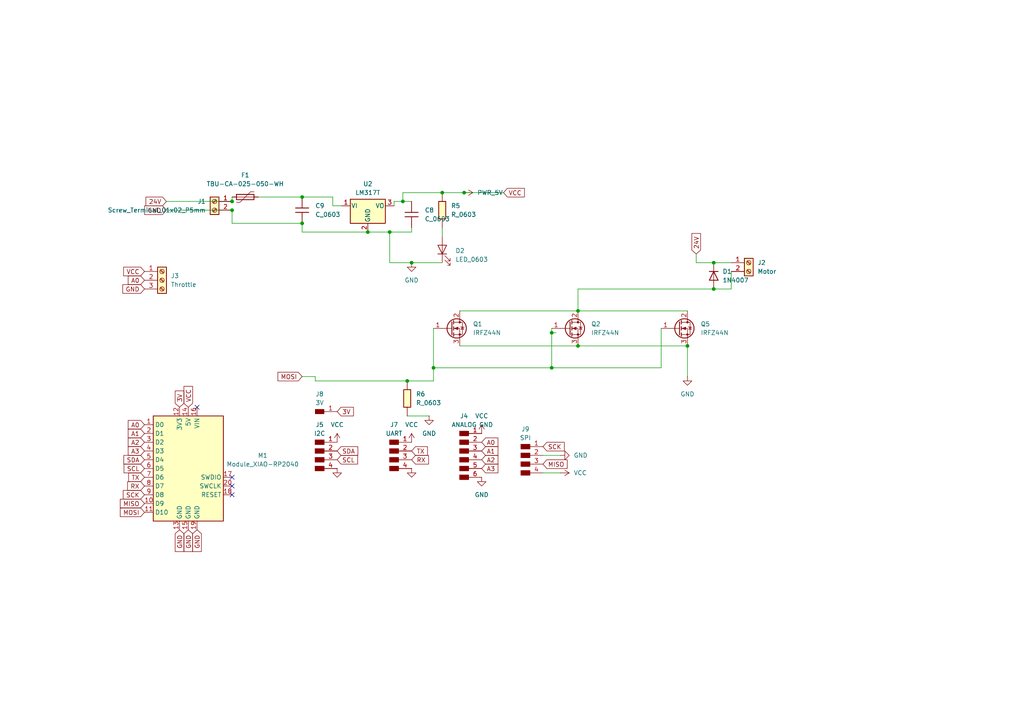
<source format=kicad_sch>
(kicad_sch (version 20231120) (generator "eeschema") (generator_version "8.0")
  (paper "A4")
  (lib_symbols
    (symbol "Connector:Screw_Terminal_01x03" (pin_names (offset 1.016) hide)
      (property "Reference" "J" (at 0 5.08 0))
      (property "Value" "Screw_Terminal_01x03" (at 0 -5.08 0))
      (symbol "Screw_Terminal_01x03_1_1"
        (rectangle (start -1.27 3.81) (end 1.27 -3.81) (stroke (width 0.254)) (fill (type background)))
        (circle (center 0 -2.54) (radius 0.635) (stroke (width 0.1524)))
        (polyline (pts (xy -0.5334 -2.2098) (xy 0.3302 -3.048)) (stroke (width 0.1524)))
        (polyline (pts (xy -0.5334 0.3302) (xy 0.3302 -0.508)) (stroke (width 0.1524)))
        (polyline (pts (xy -0.5334 2.8702) (xy 0.3302 2.032)) (stroke (width 0.1524)))
        (polyline (pts (xy -0.3556 -2.032) (xy 0.508 -2.8702)) (stroke (width 0.1524)))
        (polyline (pts (xy -0.3556 0.508) (xy 0.508 -0.3302)) (stroke (width 0.1524)))
        (polyline (pts (xy -0.3556 3.048) (xy 0.508 2.2098)) (stroke (width 0.1524)))
        (circle (center 0 0) (radius 0.635) (stroke (width 0.1524)))
        (circle (center 0 2.54) (radius 0.635) (stroke (width 0.1524)))
        (pin passive line (at -5.08 2.54 0) (length 3.81) (name "Pin_1") (number "1"))
        (pin passive line (at -5.08 0 0) (length 3.81) (name "Pin_2") (number "2"))
        (pin passive line (at -5.08 -2.54 0) (length 3.81) (name "Pin_3") (number "3"))
      )
    )
    (symbol "Diode:1N4007" (pin_numbers hide) (pin_names hide)
      (property "Reference" "D" (at 0 2.54 0))
      (property "Value" "1N4007" (at 0 -2.54 0))
      (symbol "1N4007_0_1"
        (polyline (pts (xy -1.27 1.27) (xy -1.27 -1.27)) (stroke (width 0.254)))
        (polyline (pts (xy 1.27 0) (xy -1.27 0)))
        (polyline (pts (xy 1.27 1.27) (xy 1.27 -1.27) (xy -1.27 0) (xy 1.27 1.27)) (stroke (width 0.254)))
      )
      (symbol "1N4007_1_1"
        (pin passive line (at -3.81 0 0) (length 2.54) (name "K") (number "1"))
        (pin passive line (at 3.81 0 180) (length 2.54) (name "A") (number "2"))
      )
    )
    (symbol "Power_Protection:TBU-CA-025-050-WH" (pin_numbers hide) (pin_names (offset 0))
      (property "Reference" "F" (at -2.54 0 90))
      (property "Value" "TBU-CA-025-050-WH" (at 2.54 0 90))
      (symbol "TBU-CA-025-050-WH_0_1"
        (rectangle (start -0.762 2.54) (end 0.762 -2.54) (stroke (width 0.254)))
        (polyline (pts (xy 0 2.54) (xy 0 -2.54)))
        (polyline (pts (xy -1.524 2.54) (xy -1.524 1.524) (xy 1.524 -1.524) (xy 1.524 -2.54)))
      )
      (symbol "TBU-CA-025-050-WH_1_1"
        (pin passive line (at 0 3.81 270) (length 1.27) (name "~") (number "1"))
        (pin no_connect line (at -1.27 2.54 270) (length 1.27) hide (name "2") (number "2"))
        (pin passive line (at 0 -3.81 90) (length 1.27) (name "~") (number "3"))
      )
    )
    (symbol "Regulator_Linear:LM7805_TO220" (pin_names (offset 0.254))
      (property "Reference" "U" (at -3.81 3.175 0))
      (property "Value" "LM7805_TO220" (at 0 3.175 0))
      (symbol "LM7805_TO220_0_1"
        (rectangle (start -5.08 1.905) (end 5.08 -5.08) (stroke (width 0.254)) (fill (type background)))
      )
      (symbol "LM7805_TO220_1_1"
        (pin power_in line (at -7.62 0 0) (length 2.54) (name "VI") (number "1"))
        (pin power_in line (at 0 -7.62 90) (length 2.54) (name "GND") (number "2"))
        (pin power_out line (at 7.62 0 180) (length 2.54) (name "VO") (number "3"))
      )
    )
    (symbol "Transistor_FET:IRF540N" (pin_names hide)
      (property "Reference" "Q" (at 5.08 1.905 0))
      (property "Value" "IRF540N" (at 5.08 0 0))
      (symbol "IRF540N_0_1"
        (polyline (pts (xy 0.254 0) (xy -2.54 0)))
        (polyline (pts (xy 0.254 1.905) (xy 0.254 -1.905)) (stroke (width 0.254)))
        (polyline (pts (xy 0.762 -1.27) (xy 0.762 -2.286)) (stroke (width 0.254)))
        (polyline (pts (xy 0.762 0.508) (xy 0.762 -0.508)) (stroke (width 0.254)))
        (polyline (pts (xy 0.762 2.286) (xy 0.762 1.27)) (stroke (width 0.254)))
        (polyline (pts (xy 2.54 2.54) (xy 2.54 1.778)))
        (polyline (pts (xy 2.54 -2.54) (xy 2.54 0) (xy 0.762 0)))
        (polyline (pts (xy 0.762 -1.778) (xy 3.302 -1.778) (xy 3.302 1.778) (xy 0.762 1.778)))
        (polyline (pts (xy 1.016 0) (xy 2.032 0.381) (xy 2.032 -0.381) (xy 1.016 0)) (fill (type outline)))
        (polyline (pts (xy 2.794 0.508) (xy 2.921 0.381) (xy 3.683 0.381) (xy 3.81 0.254)))
        (polyline (pts (xy 3.302 0.381) (xy 2.921 -0.254) (xy 3.683 -0.254) (xy 3.302 0.381)))
        (circle (center 1.651 0) (radius 2.794) (stroke (width 0.254)))
        (circle (center 2.54 -1.778) (radius 0.254) (fill (type outline)))
        (circle (center 2.54 1.778) (radius 0.254) (fill (type outline)))
      )
      (symbol "IRF540N_1_1"
        (pin input line (at -5.08 0 0) (length 2.54) (name "G") (number "1"))
        (pin passive line (at 2.54 5.08 270) (length 2.54) (name "D") (number "2"))
        (pin passive line (at 2.54 -5.08 90) (length 2.54) (name "S") (number "3"))
      )
    )
    (symbol "fab:C_0603" (pin_numbers hide)
      (property "Reference" "C" (at 0.635 2.54 0))
      (property "Value" "C_0603" (at 0.635 -2.54 0))
      (symbol "C_0603_1_1"
        (polyline (pts (xy -1.905 -0.635) (xy 1.905 -0.635)) (stroke (width 0.25)))
        (polyline (pts (xy -1.905 0.635) (xy 1.905 0.635)) (stroke (width 0.25)))
        (pin passive line (at 0 3.81 270) (length 3.175) (name "~") (number "1"))
        (pin passive line (at 0 -3.81 90) (length 3.175) (name "~") (number "2"))
      )
    )
    (symbol "fab:LED_0603" (pin_numbers hide) (pin_names (offset 1.016) hide)
      (property "Reference" "D" (at 0 2.54 0))
      (property "Value" "LED_0603" (at 0 -2.54 0))
      (symbol "LED_0603_0_1"
        (polyline (pts (xy -1.27 -1.27) (xy -1.27 1.27)) (stroke (width 0.2032)))
        (polyline (pts (xy -1.27 0) (xy 1.27 0)))
        (polyline (pts (xy 1.27 -1.27) (xy 1.27 1.27) (xy -1.27 0) (xy 1.27 -1.27)) (stroke (width 0.2032)))
        (polyline (pts (xy -3.048 -0.762) (xy -4.572 -2.286) (xy -3.81 -2.286) (xy -4.572 -2.286) (xy -4.572 -1.524)))
        (polyline (pts (xy -1.778 -0.762) (xy -3.302 -2.286) (xy -2.54 -2.286) (xy -3.302 -2.286) (xy -3.302 -1.524)))
      )
      (symbol "LED_0603_1_1"
        (pin passive line (at -3.81 0 0) (length 2.54) (name "K") (number "1"))
        (pin passive line (at 3.81 0 180) (length 2.54) (name "A") (number "2"))
      )
    )
    (symbol "fab:Module_XIAO-RP2040"
      (property "Reference" "M" (at -10.16 16.51 0))
      (property "Value" "Module_XIAO-RP2040" (at 3.81 16.51 0))
      (symbol "Module_XIAO-RP2040_1_1"
        (rectangle (start -10.16 15.24) (end 10.16 -15.24) (stroke (width 0.254)) (fill (type background)))
        (pin bidirectional line (at -12.7 12.7 0) (length 2.54) (name "D0") (number "1"))
        (pin bidirectional line (at -12.7 -10.16 0) (length 2.54) (name "D9") (number "10"))
        (pin bidirectional line (at -12.7 -12.7 0) (length 2.54) (name "D10") (number "11"))
        (pin power_in line (at -2.54 17.78 270) (length 2.54) (name "3V3") (number "12"))
        (pin power_in line (at -2.54 -17.78 90) (length 2.54) (name "GND") (number "13"))
        (pin power_in line (at 0 17.78 270) (length 2.54) (name "5V") (number "14"))
        (pin power_in line (at 0 -17.78 90) (length 2.54) (name "GND") (number "15"))
        (pin power_in line (at 2.54 17.78 270) (length 2.54) (name "VIN") (number "16"))
        (pin bidirectional line (at 12.7 -2.54 180) (length 2.54) (name "SWDIO") (number "17"))
        (pin input line (at 12.7 -7.62 180) (length 2.54) (name "RESET") (number "18"))
        (pin power_in line (at 2.54 -17.78 90) (length 2.54) (name "GND") (number "19"))
        (pin bidirectional line (at -12.7 10.16 0) (length 2.54) (name "D1") (number "2"))
        (pin input line (at 12.7 -5.08 180) (length 2.54) (name "SWCLK") (number "20"))
        (pin bidirectional line (at -12.7 7.62 0) (length 2.54) (name "D2") (number "3"))
        (pin bidirectional line (at -12.7 5.08 0) (length 2.54) (name "D3") (number "4"))
        (pin bidirectional line (at -12.7 2.54 0) (length 2.54) (name "D4") (number "5"))
        (pin bidirectional line (at -12.7 0 0) (length 2.54) (name "D5") (number "6"))
        (pin bidirectional line (at -12.7 -2.54 0) (length 2.54) (name "D6") (number "7"))
        (pin bidirectional line (at -12.7 -5.08 0) (length 2.54) (name "D7") (number "8"))
        (pin bidirectional line (at -12.7 -7.62 0) (length 2.54) (name "D8") (number "9"))
      )
    )
    (symbol "fab:PWR_24V" (power) (pin_names (offset 0))
      (property "Value" "PWR_24V" (at 0 3.556 0))
      (symbol "PWR_24V_0_1"
        (polyline (pts (xy -0.762 1.27) (xy 0 2.54)))
        (polyline (pts (xy 0 0) (xy 0 2.54)))
        (polyline (pts (xy 0 2.54) (xy 0.762 1.27)))
      )
      (symbol "PWR_24V_1_1"
        (pin power_in line (at 0 0 90) (length 0) hide (name "PWR_24V") (number "1"))
      )
    )
    (symbol "fab:PinHeader_01x01_P2.54mm_Horizontal_SMD" (pin_names (offset 1.016) hide)
      (property "Reference" "J" (at 0 2.54 0))
      (property "Value" "PinHeader_01x01_P2.54mm_Horizontal_SMD" (at 0 -2.54 0))
      (symbol "PinHeader_01x01_P2.54mm_Horizontal_SMD_1_1"
        (rectangle (start -1.27 0.635) (end 1.27 -0.635) (stroke (width 0.1524)) (fill (type outline)))
        (pin passive line (at 5.08 0 180) (length 3.81) (name "Pin_1") (number "1"))
      )
    )
    (symbol "fab:PinHeader_01x04_P2.54mm_Horizontal_SMD" (pin_names hide)
      (property "Reference" "J" (at 0 5.08 0))
      (property "Value" "PinHeader_01x04_P2.54mm_Horizontal_SMD" (at 0 -7.62 0))
      (symbol "PinHeader_01x04_P2.54mm_Horizontal_SMD_1_1"
        (rectangle (start -1.27 -4.445) (end 1.27 -5.715) (stroke (width 0.254)) (fill (type outline)))
        (rectangle (start -1.27 -1.905) (end 1.27 -3.175) (stroke (width 0.254)) (fill (type outline)))
        (rectangle (start -1.27 0.635) (end 1.27 -0.635) (stroke (width 0.254)) (fill (type outline)))
        (rectangle (start -1.27 3.175) (end 1.27 1.905) (stroke (width 0.254)) (fill (type outline)))
        (pin passive line (at 5.08 2.54 180) (length 3.81) (name "Pin_1") (number "1"))
        (pin passive line (at 5.08 0 180) (length 3.81) (name "Pin_2") (number "2"))
        (pin passive line (at 5.08 -2.54 180) (length 3.81) (name "Pin_3") (number "3"))
        (pin passive line (at 5.08 -5.08 180) (length 3.81) (name "Pin_4") (number "4"))
      )
    )
    (symbol "fab:PinHeader_01x06_P2.54mm_Horizontal_SMD" (pin_names hide)
      (property "Reference" "J" (at 0 7.62 0))
      (property "Value" "PinHeader_01x06_P2.54mm_Horizontal_SMD" (at 0 -10.16 0))
      (symbol "PinHeader_01x06_P2.54mm_Horizontal_SMD_1_1"
        (rectangle (start -1.27 -6.985) (end 1.27 -8.255) (stroke (width 0.254)) (fill (type outline)))
        (rectangle (start -1.27 -4.445) (end 1.27 -5.715) (stroke (width 0.254)) (fill (type outline)))
        (rectangle (start -1.27 -1.905) (end 1.27 -3.175) (stroke (width 0.254)) (fill (type outline)))
        (rectangle (start -1.27 0.635) (end 1.27 -0.635) (stroke (width 0.254)) (fill (type outline)))
        (rectangle (start -1.27 3.175) (end 1.27 1.905) (stroke (width 0.254)) (fill (type outline)))
        (rectangle (start -1.27 5.715) (end 1.27 4.445) (stroke (width 0.254)) (fill (type outline)))
        (pin passive line (at 5.08 5.08 180) (length 3.81) (name "Pin_1") (number "1"))
        (pin passive line (at 5.08 2.54 180) (length 3.81) (name "Pin_2") (number "2"))
        (pin passive line (at 5.08 0 180) (length 3.81) (name "Pin_3") (number "3"))
        (pin passive line (at 5.08 -2.54 180) (length 3.81) (name "Pin_4") (number "4"))
        (pin passive line (at 5.08 -5.08 180) (length 3.81) (name "Pin_5") (number "5"))
        (pin passive line (at 5.08 -7.62 180) (length 3.81) (name "Pin_6") (number "6"))
      )
    )
    (symbol "fab:R_0603" (pin_numbers hide) (pin_names (offset 0))
      (property "Reference" "R" (at 2.54 0 90))
      (property "Value" "R_0603" (at -2.54 0 90))
      (symbol "R_0603_0_1"
        (rectangle (start -1.016 -2.54) (end 1.016 2.54) (stroke (width 0.254)) (fill (type background)))
      )
      (symbol "R_0603_1_1"
        (pin passive line (at 0 5.08 270) (length 2.54) (name "~") (number "1"))
        (pin passive line (at 0 -5.08 90) (length 2.54) (name "~") (number "2"))
      )
    )
    (symbol "fab:Screw_Terminal_01x02_P5mm" (pin_names (offset 1.016) hide)
      (property "Reference" "J" (at 0 3.81 0))
      (property "Value" "Screw_Terminal_01x02_P5mm" (at 0 -3.81 0))
      (symbol "Screw_Terminal_01x02_P5mm_1_1"
        (rectangle (start -1.27 2.54) (end 1.27 -2.54) (stroke (width 0.254)) (fill (type background)))
        (circle (center 0 -1.27) (radius 0.635) (stroke (width 0.1524)))
        (polyline (pts (xy -0.5334 -0.9398) (xy 0.3302 -1.778)) (stroke (width 0.1524)))
        (polyline (pts (xy -0.5334 1.6002) (xy 0.3302 0.762)) (stroke (width 0.1524)))
        (polyline (pts (xy -0.3556 -0.762) (xy 0.508 -1.6002)) (stroke (width 0.1524)))
        (polyline (pts (xy -0.3556 1.778) (xy 0.508 0.9398)) (stroke (width 0.1524)))
        (circle (center 0 1.27) (radius 0.635) (stroke (width 0.1524)))
        (pin passive line (at -5.08 1.27 0) (length 3.81) (name "Pin_1") (number "1"))
        (pin passive line (at -5.08 -1.27 0) (length 3.81) (name "Pin_2") (number "2"))
      )
    )
    (symbol "power:+5V" (power) (pin_numbers hide) (pin_names (offset 0) hide)
      (property "Value" "+5V" (at 0 3.556 0))
      (symbol "+5V_0_1"
        (polyline (pts (xy -0.762 1.27) (xy 0 2.54)))
        (polyline (pts (xy 0 0) (xy 0 2.54)))
        (polyline (pts (xy 0 2.54) (xy 0.762 1.27)))
      )
      (symbol "+5V_1_1"
        (pin power_in line (at 0 0 90) (length 0) (name "~") (number "1"))
      )
    )
    (symbol "power:GND" (power) (pin_numbers hide) (pin_names (offset 0) hide)
      (property "Value" "GND" (at 0 -3.81 0))
      (symbol "GND_0_1"
        (polyline (pts (xy 0 0) (xy 0 -1.27) (xy 1.27 -1.27) (xy 0 -2.54) (xy -1.27 -1.27) (xy 0 -1.27)))
      )
      (symbol "GND_1_1"
        (pin power_in line (at 0 0 270) (length 0) (name "~") (number "1"))
      )
    )
  )
  (junction (at 87.63 57.15))
  (junction (at 125.73 106.68))
  (junction (at 119.38 76.2))
  (junction (at 67.31 60.96))
  (junction (at 134.62 55.88))
  (junction (at 167.64 100.33))
  (junction (at 167.64 90.17))
  (junction (at 67.31 58.42))
  (junction (at 116.84 58.42))
  (junction (at 128.27 55.88))
  (junction (at 106.68 67.31))
  (junction (at 199.39 100.33))
  (junction (at 87.63 64.77))
  (junction (at 207.01 83.82))
  (junction (at 113.03 67.31))
  (junction (at 118.11 110.49))
  (junction (at 207.01 76.2))
  (junction (at 160.02 96.52))
  (junction (at 160.02 106.68))
  (no_connect (at 57.15 118.11))
  (no_connect (at 67.31 143.51))
  (no_connect (at 67.31 138.43))
  (no_connect (at 67.31 140.97))
  (wire (pts (xy 96.52 57.15) (xy 87.63 57.15)))
  (wire (pts (xy 201.93 73.66) (xy 201.93 76.2)))
  (wire (pts (xy 91.44 110.49) (xy 118.11 110.49)))
  (wire (pts (xy 96.52 59.69) (xy 96.52 57.15)))
  (wire (pts (xy 160.02 96.52) (xy 160.02 106.68)))
  (wire (pts (xy 87.63 67.31) (xy 87.63 64.77)))
  (wire (pts (xy 199.39 100.33) (xy 199.39 109.22)))
  (wire (pts (xy 133.35 90.17) (xy 167.64 90.17)))
  (wire (pts (xy 161.29 96.52) (xy 160.02 96.52)))
  (wire (pts (xy 74.93 57.15) (xy 87.63 57.15)))
  (wire (pts (xy 128.27 55.88) (xy 134.62 55.88)))
  (wire (pts (xy 67.31 60.96) (xy 67.31 64.77)))
  (wire (pts (xy 167.64 90.17) (xy 199.39 90.17)))
  (wire (pts (xy 133.35 100.33) (xy 167.64 100.33)))
  (wire (pts (xy 99.06 59.69) (xy 96.52 59.69)))
  (wire (pts (xy 212.09 83.82) (xy 212.09 78.74)))
  (wire (pts (xy 157.48 132.08) (xy 162.56 132.08)))
  (wire (pts (xy 128.27 66.04) (xy 128.27 68.58)))
  (wire (pts (xy 67.31 58.42) (xy 67.31 57.15)))
  (wire (pts (xy 125.73 95.25) (xy 125.73 106.68)))
  (wire (pts (xy 116.84 58.42) (xy 119.38 58.42)))
  (wire (pts (xy 48.26 60.96) (xy 67.31 60.96)))
  (wire (pts (xy 160.02 95.25) (xy 160.02 96.52)))
  (wire (pts (xy 207.01 76.2) (xy 212.09 76.2)))
  (wire (pts (xy 118.11 120.65) (xy 124.46 120.65)))
  (wire (pts (xy 157.48 137.16) (xy 162.56 137.16)))
  (wire (pts (xy 67.31 64.77) (xy 87.63 64.77)))
  (wire (pts (xy 113.03 67.31) (xy 119.38 67.31)))
  (wire (pts (xy 113.03 76.2) (xy 119.38 76.2)))
  (wire (pts (xy 48.26 58.42) (xy 67.31 58.42)))
  (wire (pts (xy 118.11 110.49) (xy 125.73 110.49)))
  (wire (pts (xy 87.63 67.31) (xy 106.68 67.31)))
  (wire (pts (xy 134.62 55.88) (xy 146.05 55.88)))
  (wire (pts (xy 167.64 100.33) (xy 199.39 100.33)))
  (wire (pts (xy 114.3 58.42) (xy 116.84 58.42)))
  (wire (pts (xy 114.3 59.69) (xy 114.3 58.42)))
  (wire (pts (xy 191.77 95.25) (xy 191.77 106.68)))
  (wire (pts (xy 125.73 106.68) (xy 160.02 106.68)))
  (wire (pts (xy 87.63 109.22) (xy 91.44 109.22)))
  (wire (pts (xy 116.84 55.88) (xy 116.84 58.42)))
  (wire (pts (xy 91.44 109.22) (xy 91.44 110.49)))
  (wire (pts (xy 119.38 76.2) (xy 128.27 76.2)))
  (wire (pts (xy 207.01 83.82) (xy 212.09 83.82)))
  (wire (pts (xy 106.68 67.31) (xy 113.03 67.31)))
  (wire (pts (xy 119.38 66.04) (xy 119.38 67.31)))
  (wire (pts (xy 201.93 76.2) (xy 207.01 76.2)))
  (wire (pts (xy 167.64 83.82) (xy 207.01 83.82)))
  (wire (pts (xy 116.84 55.88) (xy 128.27 55.88)))
  (wire (pts (xy 160.02 106.68) (xy 191.77 106.68)))
  (wire (pts (xy 167.64 90.17) (xy 167.64 83.82)))
  (wire (pts (xy 125.73 110.49) (xy 125.73 106.68)))
  (wire (pts (xy 113.03 76.2) (xy 113.03 67.31)))
  (global_label "TX" (shape input) (at 119.38 130.81 0) (property "Intersheetrefs" "${INTERSHEET_REFS}" (effects (hide yes))))
  (global_label "MISO" (shape input) (at 41.91 146.05 180) (property "Intersheetrefs" "${INTERSHEET_REFS}" (effects (hide yes))))
  (global_label "MISO" (shape input) (at 157.48 134.62 0) (property "Intersheetrefs" "${INTERSHEET_REFS}" (effects (hide yes))))
  (global_label "RX" (shape input) (at 41.91 140.97 180) (property "Intersheetrefs" "${INTERSHEET_REFS}" (effects (hide yes))))
  (global_label "VCC" (shape input) (at 54.61 118.11 90) (property "Intersheetrefs" "${INTERSHEET_REFS}" (effects (hide yes))))
  (global_label "A0" (shape input) (at 41.91 81.28 180) (property "Intersheetrefs" "${INTERSHEET_REFS}" (effects (hide yes))))
  (global_label "TX" (shape input) (at 41.91 138.43 180) (property "Intersheetrefs" "${INTERSHEET_REFS}" (effects (hide yes))))
  (global_label "GND" (shape input) (at 52.07 153.67 270) (property "Intersheetrefs" "${INTERSHEET_REFS}" (effects (hide yes))))
  (global_label "24V" (shape input) (at 48.26 58.42 180) (property "Intersheetrefs" "${INTERSHEET_REFS}" (effects (hide yes))))
  (global_label "MOSI" (shape input) (at 87.63 109.22 180) (property "Intersheetrefs" "${INTERSHEET_REFS}" (effects (hide yes))))
  (global_label "GND" (shape input) (at 54.61 153.67 270) (property "Intersheetrefs" "${INTERSHEET_REFS}" (effects (hide yes))))
  (global_label "SCL" (shape input) (at 41.91 135.89 180) (property "Intersheetrefs" "${INTERSHEET_REFS}" (effects (hide yes))))
  (global_label "SCK" (shape input) (at 41.91 143.51 180) (property "Intersheetrefs" "${INTERSHEET_REFS}" (effects (hide yes))))
  (global_label "VCC" (shape input) (at 146.05 55.88 0) (property "Intersheetrefs" "${INTERSHEET_REFS}" (effects (hide yes))))
  (global_label "A3" (shape input) (at 41.91 130.81 180) (property "Intersheetrefs" "${INTERSHEET_REFS}" (effects (hide yes))))
  (global_label "SDA" (shape input) (at 41.91 133.35 180) (property "Intersheetrefs" "${INTERSHEET_REFS}" (effects (hide yes))))
  (global_label "RX" (shape input) (at 119.38 133.35 0) (property "Intersheetrefs" "${INTERSHEET_REFS}" (effects (hide yes))))
  (global_label "GND" (shape input) (at 48.26 60.96 180) (property "Intersheetrefs" "${INTERSHEET_REFS}" (effects (hide yes))))
  (global_label "3V" (shape input) (at 52.07 118.11 90) (property "Intersheetrefs" "${INTERSHEET_REFS}" (effects (hide yes))))
  (global_label "3V" (shape input) (at 97.79 119.38 0) (property "Intersheetrefs" "${INTERSHEET_REFS}" (effects (hide yes))))
  (global_label "A0" (shape input) (at 139.7 128.27 0) (property "Intersheetrefs" "${INTERSHEET_REFS}" (effects (hide yes))))
  (global_label "GND" (shape input) (at 57.15 153.67 270) (property "Intersheetrefs" "${INTERSHEET_REFS}" (effects (hide yes))))
  (global_label "A2" (shape input) (at 139.7 133.35 0) (property "Intersheetrefs" "${INTERSHEET_REFS}" (effects (hide yes))))
  (global_label "A0" (shape input) (at 41.91 123.19 180) (property "Intersheetrefs" "${INTERSHEET_REFS}" (effects (hide yes))))
  (global_label "A2" (shape input) (at 41.91 128.27 180) (property "Intersheetrefs" "${INTERSHEET_REFS}" (effects (hide yes))))
  (global_label "SCL" (shape input) (at 97.79 133.35 0) (property "Intersheetrefs" "${INTERSHEET_REFS}" (effects (hide yes))))
  (global_label "MOSI" (shape input) (at 41.91 148.59 180) (property "Intersheetrefs" "${INTERSHEET_REFS}" (effects (hide yes))))
  (global_label "SDA" (shape input) (at 97.79 130.81 0) (property "Intersheetrefs" "${INTERSHEET_REFS}" (effects (hide yes))))
  (global_label "A1" (shape input) (at 41.91 125.73 180) (property "Intersheetrefs" "${INTERSHEET_REFS}" (effects (hide yes))))
  (global_label "GND" (shape input) (at 41.91 83.82 180) (property "Intersheetrefs" "${INTERSHEET_REFS}" (effects (hide yes))))
  (global_label "A3" (shape input) (at 139.7 135.89 0) (property "Intersheetrefs" "${INTERSHEET_REFS}" (effects (hide yes))))
  (global_label "VCC" (shape input) (at 41.91 78.74 180) (property "Intersheetrefs" "${INTERSHEET_REFS}" (effects (hide yes))))
  (global_label "A1" (shape input) (at 139.7 130.81 0) (property "Intersheetrefs" "${INTERSHEET_REFS}" (effects (hide yes))))
  (global_label "24V" (shape input) (at 201.93 73.66 90) (property "Intersheetrefs" "${INTERSHEET_REFS}" (effects (hide yes))))
  (global_label "SCK" (shape input) (at 157.48 129.54 0) (property "Intersheetrefs" "${INTERSHEET_REFS}" (effects (hide yes))))
  (symbol (lib_id "power:GND") (at 119.38 135.89 0) (unit 1)
    (property "Reference" "#PWR012" (effects (hide yes)))
    (property "Value" "GND" (at 140.97 123.19 0))
    (property "Description" "Power symbol creates a global label with name \"GND\" , ground" (effects (hide yes)))
  )
  (symbol (lib_id "power:GND") (at 97.79 135.89 0) (unit 1)
    (property "Reference" "#PWR07" (effects (hide yes)))
    (property "Value" "GND" (effects (hide yes)))
    (property "Description" "Power symbol creates a global label with name \"GND\" , ground" (effects (hide yes)))
  )
  (symbol (lib_id "power:+5V") (at 139.7 125.73 0) (unit 1)
    (property "Reference" "#PWR06" (effects (hide yes)))
    (property "Value" "VCC" (at 139.7 120.65 0))
    (property "Description" "Power symbol creates a global label with name \"+5V\"" (effects (hide yes)))
  )
  (symbol (lib_id "fab:PinHeader_01x06_P2.54mm_Horizontal_SMD") (at 134.62 130.81 0) (unit 1)
    (property "Reference" "J4" (at 134.62 120.65 0))
    (property "Value" "ANALOG" (at 134.62 123.19 0))
    (property "Footprint" "fab:PinHeader_01x06_P2.54mm_Horizontal_SMD" (effects (hide yes)))
    (property "Datasheet" "https://gct.co/files/specs/2.54mm-socket-spec.pdf" (effects (hide yes)))
    (property "Description" "Male connector, single row" (effects (hide yes)))
  )
  (symbol (lib_id "Transistor_FET:IRF540N") (at 130.81 95.25 0) (unit 1)
    (property "Reference" "Q1" (at 137.16 93.9799 0) (effects (justify left)))
    (property "Value" "IRFZ44N" (at 137.16 96.5199 0) (effects (justify left)))
    (property "Footprint" "Package_TO_SOT_THT:TO-220-3_Vertical" (effects (hide yes)))
    (property "Datasheet" "http://www.irf.com/product-info/datasheets/data/irf540n.pdf" (effects (hide yes)))
    (property "Description" "33A Id, 100V Vds, HEXFET N-Channel MOSFET, TO-220" (effects (hide yes)))
  )
  (symbol (lib_id "Power_Protection:TBU-CA-025-050-WH") (at 71.12 57.15 270) (unit 1)
    (property "Reference" "F1" (at 71.12 50.8 90))
    (property "Value" "TBU-CA-025-050-WH" (at 71.12 53.34 90))
    (property "Footprint" "Fuse:Fuse_Bourns_TBU-CA" (effects (hide yes)))
    (property "Datasheet" "https://www.bourns.com/data/global/pdfs/TBU-CA.pdf" (effects (hide yes)))
    (property "Description" "low capacitance single bidirectional high-speed protection, 250V 50mA 13.3ohm, https://www.bourns.com/data/global/pdfs/TBU-CA.pdf" (effects (hide yes)))
  )
  (symbol (lib_id "power:+5V") (at 119.38 128.27 0) (unit 1)
    (property "Reference" "#PWR011" (effects (hide yes)))
    (property "Value" "VCC" (at 119.38 123.19 0))
    (property "Description" "Power symbol creates a global label with name \"+5V\"" (effects (hide yes)))
  )
  (symbol (lib_id "power:GND") (at 139.7 138.43 0) (unit 1)
    (property "Reference" "#PWR05" (effects (hide yes)))
    (property "Value" "GND" (at 139.7 143.51 0))
    (property "Description" "Power symbol creates a global label with name \"GND\" , ground" (effects (hide yes)))
  )
  (symbol (lib_id "Diode:1N4007") (at 207.01 80.01 270) (unit 1)
    (property "Reference" "D1" (at 209.55 78.7399 90) (effects (justify left)))
    (property "Value" "1N4007" (at 209.55 81.2799 90) (effects (justify left)))
    (property "Footprint" "Diode_THT:D_DO-41_SOD81_P10.16mm_Horizontal" (effects (hide yes)))
    (property "Datasheet" "http://www.vishay.com/docs/88503/1n4001.pdf" (effects (hide yes)))
    (property "Description" "1000V 1A General Purpose Rectifier Diode, DO-41" (effects (hide yes)))
    (property "Sim.Device" "D" (effects (hide yes)))
    (property "Sim.Pins" "1=K 2=A" (effects (hide yes)))
  )
  (symbol (lib_id "fab:PinHeader_01x04_P2.54mm_Horizontal_SMD") (at 92.71 130.81 0) (unit 1)
    (property "Reference" "J5" (at 92.71 123.19 0))
    (property "Value" "I2C" (at 92.71 125.73 0))
    (property "Footprint" "fab:PinHeader_01x04_P2.54mm_Horizontal_SMD" (effects (hide yes)))
    (property "Description" "Male connector, single row" (effects (hide yes)))
  )
  (symbol (lib_id "Transistor_FET:IRF540N") (at 196.85 95.25 0) (unit 1)
    (property "Reference" "Q5" (at 203.2 93.9799 0) (effects (justify left)))
    (property "Value" "IRFZ44N" (at 203.2 96.5199 0) (effects (justify left)))
    (property "Footprint" "Package_TO_SOT_THT:TO-220-3_Vertical" (effects (hide yes)))
    (property "Datasheet" "http://www.irf.com/product-info/datasheets/data/irf540n.pdf" (effects (hide yes)))
    (property "Description" "33A Id, 100V Vds, HEXFET N-Channel MOSFET, TO-220" (effects (hide yes)))
  )
  (symbol (lib_id "Connector:Screw_Terminal_01x03") (at 46.99 81.28 0) (unit 1)
    (property "Reference" "J3" (at 49.53 80.0099 0) (effects (justify left)))
    (property "Value" "Throttle" (at 49.53 82.5499 0) (effects (justify left)))
    (property "Description" "Generic screw terminal, single row, 01x03, script generated (kicad-library-utils/schlib/autogen/connector/)" (effects (hide yes)))
  )
  (symbol (lib_id "Regulator_Linear:LM7805_TO220") (at 106.68 59.69 0) (unit 1)
    (property "Reference" "U2" (at 106.68 53.34 0))
    (property "Value" "LM317T" (at 106.68 55.88 0))
    (property "Footprint" "Package_TO_SOT_THT:TO-220-3_Vertical" (effects (hide yes)))
    (property "Datasheet" "https://www.onsemi.cn/PowerSolutions/document/MC7800-D.PDF" (effects (hide yes)))
    (property "Description" "Positive 1A 35V Linear Regulator, Fixed Output 5V, TO-220" (effects (hide yes)))
  )
  (symbol (lib_id "fab:R_0603") (at 128.27 60.96 0) (unit 1)
    (property "Reference" "R5" (at 130.81 59.6899 0) (effects (justify left)))
    (property "Value" "R_0603" (at 130.81 62.2299 0) (effects (justify left)))
    (property "Footprint" "fab:R_0603" (effects (hide yes)))
    (property "Description" "Resistor" (effects (hide yes)))
  )
  (symbol (lib_id "power:GND") (at 119.38 76.2 0) (unit 1)
    (property "Reference" "#PWR01" (effects (hide yes)))
    (property "Value" "GND" (at 119.38 81.28 0))
    (property "Description" "Power symbol creates a global label with name \"GND\" , ground" (effects (hide yes)))
  )
  (symbol (lib_id "fab:PinHeader_01x01_P2.54mm_Horizontal_SMD") (at 92.71 119.38 0) (unit 1)
    (property "Reference" "J8" (at 92.71 114.3 0))
    (property "Value" "3V" (at 92.71 116.84 0))
    (property "Footprint" "fab:PinHeader_01x01_P2.54mm_Horizontal_SMD" (effects (hide yes)))
    (property "Description" "Connector pin header 2.54mm pitch horizontal SMD" (effects (hide yes)))
  )
  (symbol (lib_id "fab:Screw_Terminal_01x02_P5mm") (at 217.17 77.47 0) (unit 1)
    (property "Reference" "J2" (at 219.71 76.1999 0) (effects (justify left)))
    (property "Value" "Motor" (at 219.71 78.7399 0) (effects (justify left)))
    (property "Footprint" "fab:TerminalBlock_OnShore_1x02_P5.00mm_Horizontal" (effects (hide yes)))
    (property "Datasheet" "https://www.on-shore.com/wp-content/uploads/OSTTAXX0161.pdf" (effects (hide yes)))
    (property "Description" "TERM BLK 2POS SIDE ENTRY 5MM PCB" (effects (hide yes)))
  )
  (symbol (lib_id "power:GND") (at 162.56 132.08 90) (unit 1)
    (property "Reference" "#PWR010" (effects (hide yes)))
    (property "Value" "GND" (at 166.37 132.0799 90) (effects (justify right)))
    (property "Description" "Power symbol creates a global label with name \"GND\" , ground" (effects (hide yes)))
  )
  (symbol (lib_id "fab:LED_0603") (at 128.27 72.39 90) (unit 1)
    (property "Reference" "D2" (at 132.08 72.7201 90) (effects (justify right)))
    (property "Value" "LED_0603" (at 132.08 75.2601 90) (effects (justify right)))
    (property "Footprint" "fab:LED_0603" (effects (hide yes)))
    (property "Datasheet" "https://www.digikey.com/en/products/detail/harvatek-corporation/B1911USD-20D000114U1930/15519991" (effects (hide yes)))
    (property "Description" "Light emitting diode, Lite-On Inc. LTST, SMD" (effects (hide yes)))
  )
  (symbol (lib_id "power:GND") (at 199.39 109.22 0) (unit 1)
    (property "Reference" "#PWR04" (effects (hide yes)))
    (property "Value" "GND" (at 199.39 114.3 0))
    (property "Description" "Power symbol creates a global label with name \"GND\" , ground" (effects (hide yes)))
  )
  (symbol (lib_id "fab:C_0603") (at 87.63 60.96 0) (unit 1)
    (property "Reference" "C9" (at 91.44 59.6899 0) (effects (justify left)))
    (property "Value" "C_0603" (at 91.44 62.2299 0) (effects (justify left)))
    (property "Footprint" "fab:C_0603" (effects (hide yes)))
    (property "Datasheet" "https://www.yageo.com/upload/media/product/productsearch/datasheet/mlcc/UPY-GP_NP0_16V-to-50V_18.pdf" (effects (hide yes)))
    (property "Description" "Unpolarized capacitor, SMD, 1206" (effects (hide yes)))
  )
  (symbol (lib_id "fab:C_0603") (at 119.38 62.23 0) (unit 1)
    (property "Reference" "C8" (at 123.19 60.9599 0) (effects (justify left)))
    (property "Value" "C_0603" (at 123.19 63.4999 0) (effects (justify left)))
    (property "Footprint" "fab:C_0603" (effects (hide yes)))
    (property "Datasheet" "https://www.yageo.com/upload/media/product/productsearch/datasheet/mlcc/UPY-GP_NP0_16V-to-50V_18.pdf" (effects (hide yes)))
    (property "Description" "Unpolarized capacitor, SMD, 1206" (effects (hide yes)))
  )
  (symbol (lib_id "power:+5V") (at 162.56 137.16 270) (unit 1)
    (property "Reference" "#PWR013" (effects (hide yes)))
    (property "Value" "VCC" (at 166.37 137.1599 90) (effects (justify left)))
    (property "Description" "Power symbol creates a global label with name \"+5V\"" (effects (hide yes)))
  )
  (symbol (lib_id "fab:Module_XIAO-RP2040") (at 54.61 135.89 0) (unit 1)
    (property "Reference" "M1" (at 76.2 132.1114 0))
    (property "Value" "Module_XIAO-RP2040" (at 76.2 134.6514 0))
    (property "Footprint" "fab:SeeedStudio_XIAO_RP2040" (effects (hide yes)))
    (property "Datasheet" "https://wiki.seeedstudio.com/XIAO-RP2040/" (effects (hide yes)))
    (property "Description" "RP2040 XIAO RP2040 - ARM® Cortex®-M0+ MCU 32-Bit Embedded Evaluation Board" (effects (hide yes)))
  )
  (symbol (lib_id "power:+5V") (at 97.79 128.27 0) (unit 1)
    (property "Reference" "#PWR08" (effects (hide yes)))
    (property "Value" "VCC" (at 97.79 123.19 0))
    (property "Description" "Power symbol creates a global label with name \"+5V\"" (effects (hide yes)))
  )
  (symbol (lib_id "fab:PinHeader_01x04_P2.54mm_Horizontal_SMD") (at 114.3 130.81 0) (unit 1)
    (property "Reference" "J7" (at 114.3 123.19 0))
    (property "Value" "UART" (at 114.3 125.73 0))
    (property "Footprint" "fab:PinHeader_01x04_P2.54mm_Horizontal_SMD" (effects (hide yes)))
    (property "Description" "Male connector, single row" (effects (hide yes)))
  )
  (symbol (lib_id "fab:R_0603") (at 118.11 115.57 0) (unit 1)
    (property "Reference" "R6" (at 120.65 114.2999 0) (effects (justify left)))
    (property "Value" "R_0603" (at 120.65 116.8399 0) (effects (justify left)))
    (property "Footprint" "fab:R_0603" (effects (hide yes)))
    (property "Description" "Resistor" (effects (hide yes)))
  )
  (symbol (lib_id "fab:PinHeader_01x04_P2.54mm_Horizontal_SMD") (at 152.4 132.08 0) (unit 1)
    (property "Reference" "J9" (at 152.4 124.46 0))
    (property "Value" "SPI" (at 152.4 127 0))
    (property "Footprint" "fab:PinHeader_01x04_P2.54mm_Horizontal_SMD" (effects (hide yes)))
    (property "Description" "Male connector, single row" (effects (hide yes)))
  )
  (symbol (lib_id "fab:PWR_24V") (at 134.62 55.88 270) (unit 1)
    (property "Reference" "#PWR03" (effects (hide yes)))
    (property "Value" "PWR_5V" (at 138.43 55.8799 90) (effects (justify left)))
    (property "Description" "Power symbol creates a global label with name \"+24V\"" (effects (hide yes)))
  )
  (symbol (lib_id "power:GND") (at 124.46 120.65 0) (unit 1)
    (property "Reference" "#PWR02" (effects (hide yes)))
    (property "Value" "GND" (at 124.46 125.73 0))
    (property "Description" "Power symbol creates a global label with name \"GND\" , ground" (effects (hide yes)))
  )
  (symbol (lib_id "fab:Screw_Terminal_01x02_P5mm") (at 62.23 59.69 0) (mirror y) (unit 1)
    (property "Reference" "J1" (at 59.69 58.4199 0) (effects (justify left)))
    (property "Value" "Screw_Terminal_01x02_P5mm" (at 59.69 60.9599 0) (effects (justify left)))
    (property "Footprint" "fab:TerminalBlock_OnShore_1x02_P5.00mm_Horizontal" (effects (hide yes)))
    (property "Datasheet" "https://www.on-shore.com/wp-content/uploads/OSTTAXX0161.pdf" (effects (hide yes)))
    (property "Description" "TERM BLK 2POS SIDE ENTRY 5MM PCB" (effects (hide yes)))
  )
  (symbol (lib_id "Transistor_FET:IRF540N") (at 165.1 95.25 0) (unit 1)
    (property "Reference" "Q2" (at 171.45 93.9799 0) (effects (justify left)))
    (property "Value" "IRFZ44N" (at 171.45 96.5199 0) (effects (justify left)))
    (property "Footprint" "Package_TO_SOT_THT:TO-220-3_Vertical" (effects (hide yes)))
    (property "Datasheet" "http://www.irf.com/product-info/datasheets/data/irf540n.pdf" (effects (hide yes)))
    (property "Description" "33A Id, 100V Vds, HEXFET N-Channel MOSFET, TO-220" (effects (hide yes)))
  )
)
</source>
